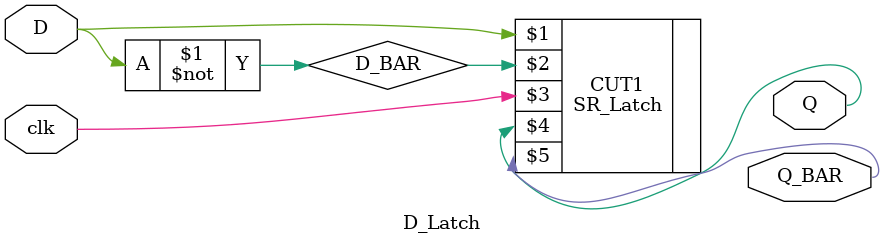
<source format=v>
`timescale 1ns/1ns
module D_Latch(input D, clk, output Q, Q_BAR);
	wire D_BAR;

	not #6 G1(D_BAR,D);

	SR_Latch CUT1(D, D_BAR, clk, Q, Q_BAR);
endmodule
</source>
